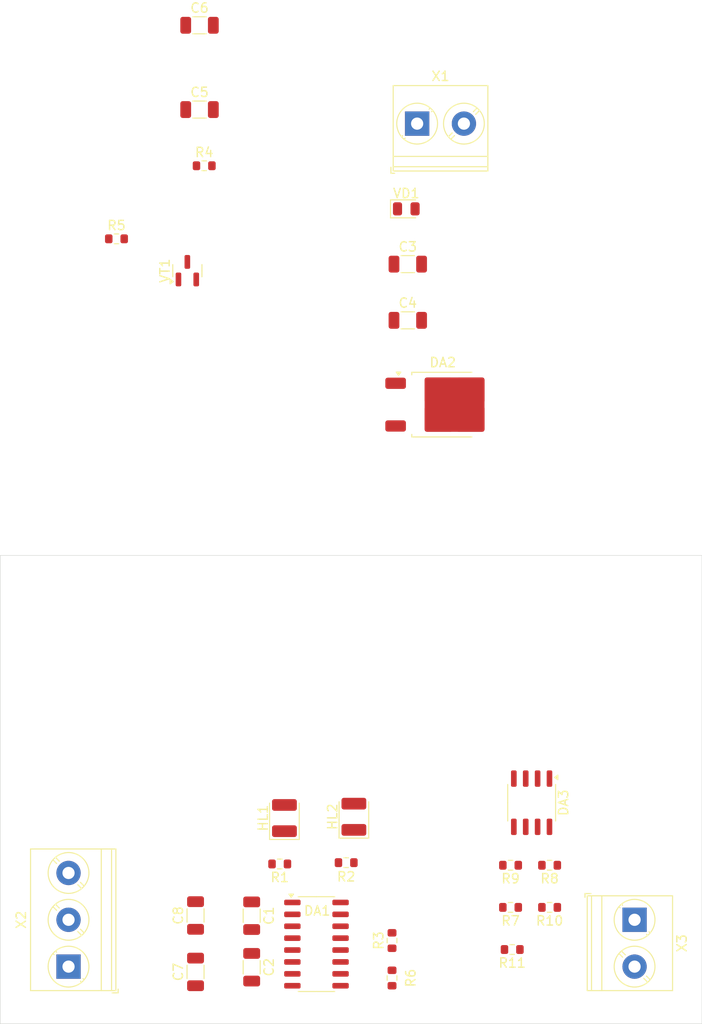
<source format=kicad_pcb>
(kicad_pcb (version 20240108) (generator "pcbnew") (generator_version "8.0")
  (layers (0 "F.Cu" signal) (31 "B.Cu" signal) (34 "B.Paste" user) (35 "F.Paste" user) (36 "B.SilkS" user "B.Silkscreen") (37 "F.SilkS" user "F.Silkscreen") (38 "B.Mask" user) (39 "F.Mask" user) (44 "Edge.Cuts" user))
  (net 0 "")
  (net 1 "Net-(DA1-~{RXOUT1})")
  (net 2 "Net-(DA1-~{TXOUT2})")
  (net 3 "Net-(DA1-C2-)")
  (net 4 "Net-(DA1-C1+)")
  (net 5 "Net-(DA1-TXIN2)")
  (net 7 "+5V")
  (net 8 "Net-(DA1-V-)")
  (net 9 "Net-(DA1-RXIN1)")
  (net 10 "GND")
  (net 12 "Net-(DA1-V+)")
  (net 13 "Net-(DA1-C2+)")
  (net 14 "Net-(DA1-C1-)")
  (net 15 "Net-(DA1-~{RXOUT2})")
  (net 16 "Net-(DA2-VI)")
  (net 17 "Net-(DA3-BZ)")
  (net 18 "Net-(DA3-DE)")
  (net 19 "Net-(DA3-AY)")
  (net 20 "Net-(HL1-K)")
  (net 21 "Net-(HL2-K)")
  (net 22 "Net-(VT1-E)")
  (net 23 "Net-(VD1-A)")
  (net 24 "Net-(R11-Pad2)")
  (net 25 "Net-(R10-Pad2)")
  (footprint "Capacitor_SMD:C_1206_3216Metric" (layer "F.Cu") (at 146.075 124.04 90)
    (property "Reference" "C8" (at 0 -1.85 90) (layer "F.SilkS"))
    (property "Value" "1мк")
    (fp_line (start -0.711252 -0.91) (end 0.711252 -0.91) (stroke (width 0.12)) (layer "F.SilkS"))
    (fp_line (start -0.711252 0.91) (end 0.711252 0.91) (stroke (width 0.12)) (layer "F.SilkS"))
    (pad "1" smd roundrect (at -1.475 0 90) (size 1.15 1.8) (layers "F.Cu" "F.Paste" "F.Mask") (roundrect_rratio 0.217391) (net 12 "Net-(DA1-V+)"))
    (pad "2" smd roundrect (at 1.475 0 90) (size 1.15 1.8) (layers "F.Cu" "F.Paste" "F.Mask") (roundrect_rratio 0.217391) (net 7 "+5V"))
  )
  (footprint "Resistor_SMD:R_0603_1608Metric" (layer "F.Cu") (at 179.745 123.175 180)
    (property "Reference" "R7" (at 0 -1.43 360) (layer "F.SilkS"))
    (property "Value" "47")
    (fp_line (start -0.237258 0.5225) (end 0.237258 0.5225) (stroke (width 0.12)) (layer "F.SilkS"))
    (fp_line (start -0.237258 -0.5225) (end 0.237258 -0.5225) (stroke (width 0.12)) (layer "F.SilkS"))
    (pad "1" smd roundrect (at -0.825 0 180) (size 0.8 0.95) (layers "F.Cu" "F.Paste" "F.Mask") (net 19 "Net-(DA3-AY)"))
    (pad "2" smd roundrect (at 0.825 0 180) (size 0.8 0.95) (layers "F.Cu" "F.Paste" "F.Mask") (net 24 "Net-(R11-Pad2)"))
  )
  (footprint "Capacitor_SMD:C_1206_3216Metric" (layer "F.Cu") (at 152.075 129.565 -90)
    (property "Reference" "C2" (at 0 -1.85 90) (layer "F.SilkS"))
    (property "Value" "1мк")
    (fp_line (start -0.711252 0.91) (end 0.711252 0.91) (stroke (width 0.12)) (layer "F.SilkS"))
    (fp_line (start -0.711252 -0.91) (end 0.711252 -0.91) (stroke (width 0.12)) (layer "F.SilkS"))
    (pad "1" smd roundrect (at -1.475 0 270) (size 1.15 1.8) (layers "F.Cu" "F.Paste" "F.Mask") (roundrect_rratio 0.217391) (net 13 "Net-(DA1-C2+)"))
    (pad "2" smd roundrect (at 1.475 0 270) (size 1.15 1.8) (layers "F.Cu" "F.Paste" "F.Mask") (roundrect_rratio 0.217391) (net 3 "Net-(DA1-C2-)"))
  )
  (footprint "Resistor_SMD:R_0603_1608Metric" (layer "F.Cu") (at 179.745 118.675 180)
    (property "Reference" "R9" (at 0 -1.43 360) (layer "F.SilkS"))
    (property "Value" "560")
    (fp_line (start -0.237258 0.5225) (end 0.237258 0.5225) (stroke (width 0.12)) (layer "F.SilkS"))
    (fp_line (start -0.237258 -0.5225) (end 0.237258 -0.5225) (stroke (width 0.12)) (layer "F.SilkS"))
    (pad "1" smd roundrect (at -0.825 0 180) (size 0.8 0.95) (layers "F.Cu" "F.Paste" "F.Mask") (net 19 "Net-(DA3-AY)"))
    (pad "2" smd roundrect (at 0.825 0 180) (size 0.8 0.95) (layers "F.Cu" "F.Paste" "F.Mask") (net 7 "+5V"))
  )
  (footprint "Resistor_SMD:R_0603_1608Metric" (layer "F.Cu") (at 167.075 126.715 90)
    (property "Reference" "R3" (at 0 -1.43 90) (layer "F.SilkS"))
    (property "Value" "2к2")
    (fp_line (start -0.237258 -0.5225) (end 0.237258 -0.5225) (stroke (width 0.12)) (layer "F.SilkS"))
    (fp_line (start -0.237258 0.5225) (end 0.237258 0.5225) (stroke (width 0.12)) (layer "F.SilkS"))
    (pad "1" smd roundrect (at -0.825 0 90) (size 0.8 0.95) (layers "F.Cu" "F.Paste" "F.Mask") (net 1 "Net-(DA1-~{RXOUT1})"))
    (pad "2" smd roundrect (at 0.825 0 90) (size 0.8 0.95) (layers "F.Cu" "F.Paste" "F.Mask") (net 22 "Net-(VT1-E)"))
  )
  (footprint "TerminalBlock_Phoenix:TerminalBlock_Phoenix_PT-1,5-3-5.0-H_1x03_P5.00mm_Horizontal" (layer "F.Cu") (at 132.5 129.5 90)
    (property "Reference" "X2" (at 5 -5.06 90) (layer "F.SilkS"))
    (property "Value" "CONN_RS232")
    (fp_line (start 12.56 -4.06) (end 12.56 5.06) (stroke (width 0.12)) (layer "F.SilkS"))
    (fp_line (start -2.56 -4.06) (end 12.56 -4.06) (stroke (width 0.12)) (layer "F.SilkS"))
    (fp_line (start -2.56 -4.06) (end -2.56 5.06) (stroke (width 0.12)) (layer "F.SilkS"))
    (fp_line (start 11.388 -1.654) (end 11.008 -1.274) (stroke (width 0.12)) (layer "F.SilkS"))
    (fp_line (start 6.388 -1.654) (end 6.008 -1.274) (stroke (width 0.12)) (layer "F.SilkS"))
    (fp_line (start 1.388 -1.654) (end 1.281 -1.547) (stroke (width 0.12)) (layer "F.SilkS"))
    (fp_line (start 11.654 -1.388) (end 11.259 -0.992) (stroke (width 0.12)) (layer "F.SilkS"))
    (fp_line (start 6.654 -1.388) (end 6.259 -0.992) (stroke (width 0.12)) (layer "F.SilkS"))
    (fp_line (start 1.654 -1.388) (end 1.547 -1.281) (stroke (width 0.12)) (layer "F.SilkS"))
    (fp_line (start 8.742 0.992) (end 8.347 1.388) (stroke (width 0.12)) (layer "F.SilkS"))
    (fp_line (start 3.742 0.992) (end 3.347 1.388) (stroke (width 0.12)) (layer "F.SilkS"))
    (fp_line (start 8.993 1.274) (end 8.613 1.654) (stroke (width 0.12)) (layer "F.SilkS"))
    (fp_line (start 3.993 1.274) (end 3.613 1.654) (stroke (width 0.12)) (layer "F.SilkS"))
    (fp_line (start -1.548 1.281) (end -1.654 1.388) (stroke (width 0.12)) (layer "F.SilkS"))
    (fp_line (start -1.282 1.547) (end -1.388 1.654) (stroke (width 0.12)) (layer "F.SilkS"))
    (fp_line (start -2.56 3.5) (end 12.56 3.5) (stroke (width 0.12)) (layer "F.SilkS"))
    (fp_line (start -2.56 4.6) (end 12.56 4.6) (stroke (width 0.12)) (layer "F.SilkS"))
    (fp_line (start -2.8 4.66) (end -2.8 5.3) (stroke (width 0.12)) (layer "F.SilkS"))
    (fp_line (start -2.56 5.06) (end 12.56 5.06) (stroke (width 0.12)) (layer "F.SilkS"))
    (fp_line (start -2.8 5.3) (end -2.4 5.3) (stroke (width 0.12)) (layer "F.SilkS"))
    (fp_circle (center 10 0) (end 12.18 0) (stroke (width 0.12)) (fill none) (layer "F.SilkS"))
    (fp_circle (center 5 0) (end 7.18 0) (stroke (width 0.12)) (fill none) (layer "F.SilkS"))
    (fp_circle (center 0 0) (end 2.18 0) (stroke (width 0.12)) (fill none) (layer "F.SilkS"))
    (pad "1" thru_hole rect (at 0 0 90) (size 2.6 2.6) (drill 1.3) (layers "*.Cu" "*.Mask") (net 9 "Net-(DA1-RXIN1)"))
    (pad "2" thru_hole circle (at 5 0 90) (size 2.6 2.6) (drill 1.3) (layers "*.Cu" "*.Mask") (net 2 "Net-(DA1-~{TXOUT2})"))
    (pad "3" thru_hole circle (at 10 0 90) (size 2.6 2.6) (drill 1.3) (layers "*.Cu" "*.Mask") (net 10 "GND"))
  )
  (footprint "Capacitor_SMD:C_1206_3216Metric" (layer "F.Cu") (at 146.075 130.065 90)
    (property "Reference" "C7" (at 0 -1.85 90) (layer "F.SilkS"))
    (property "Value" "1мк")
    (fp_line (start -0.711252 -0.91) (end 0.711252 -0.91) (stroke (width 0.12)) (layer "F.SilkS"))
    (fp_line (start -0.711252 0.91) (end 0.711252 0.91) (stroke (width 0.12)) (layer "F.SilkS"))
    (pad "1" smd roundrect (at -1.475 0 90) (size 1.15 1.8) (layers "F.Cu" "F.Paste" "F.Mask") (roundrect_rratio 0.217391) (net 10 "GND"))
    (pad "2" smd roundrect (at 1.475 0 90) (size 1.15 1.8) (layers "F.Cu" "F.Paste" "F.Mask") (roundrect_rratio 0.217391) (net 8 "Net-(DA1-V-)"))
  )
  (footprint "Package_TO_SOT_SMD:SOT-23" (layer "F.Cu") (at 145.2 55.2 90)
    (property "Reference" "VT1" (at 0 -2.4 90) (layer "F.SilkS"))
    (property "Value" "BC807")
    (fp_line (start 0 -1.56) (end 0.65 -1.56) (stroke (width 0.12)) (layer "F.SilkS"))
    (fp_line (start 0 -1.56) (end -0.65 -1.56) (stroke (width 0.12)) (layer "F.SilkS"))
    (fp_line (start 0 1.56) (end 0.65 1.56) (stroke (width 0.12)) (layer "F.SilkS"))
    (fp_line (start 0 1.56) (end -0.65 1.56) (stroke (width 0.12)) (layer "F.SilkS"))
    (fp_poly (pts (xy -1.1625 -1.51) (xy -1.4025 -1.84) (xy -0.9225 -1.84) (xy -1.1625 -1.51)) (stroke (width 0.12)) (fill solid) (layer "F.SilkS"))
    (pad "1" smd roundrect (at -0.9375 -0.95 90) (size 1.475 0.6) (layers "F.Cu" "F.Paste" "F.Mask") (net 18 "Net-(DA3-DE)"))
    (pad "2" smd roundrect (at -0.9375 0.95 90) (size 1.475 0.6) (layers "F.Cu" "F.Paste" "F.Mask") (net 22 "Net-(VT1-E)"))
    (pad "3" smd roundrect (at 0.9375 0 90) (size 1.475 0.6) (layers "F.Cu" "F.Paste" "F.Mask") (net 7 "+5V"))
  )
  (footprint "Package_SO:SO-16_3.9x9.9mm_P1.27mm" (layer "F.Cu") (at 159 127.095)
    (property "Reference" "DA1" (at 0.075 -3.555 0) (layer "F.SilkS"))
    (property "Value" "MAX232_GOST")
    (fp_line (start 0 -5.06) (end -1.95 -5.06) (stroke (width 0.12)) (layer "F.SilkS"))
    (fp_line (start 0 -5.06) (end 1.95 -5.06) (stroke (width 0.12)) (layer "F.SilkS"))
    (fp_line (start 0 5.06) (end -1.95 5.06) (stroke (width 0.12)) (layer "F.SilkS"))
    (fp_line (start 0 5.06) (end 1.95 5.06) (stroke (width 0.12)) (layer "F.SilkS"))
    (fp_poly (pts (xy -2.7 -5.005) (xy -2.94 -5.335) (xy -2.46 -5.335) (xy -2.7 -5.005)) (stroke (width 0.12)) (fill solid) (layer "F.SilkS"))
    (pad "1" smd roundrect (at -2.575 -4.445) (size 1.75 0.6) (layers "F.Cu" "F.Paste" "F.Mask") (net 4 "Net-(DA1-C1+)"))
    (pad "2" smd roundrect (at -2.575 -3.175) (size 1.75 0.6) (layers "F.Cu" "F.Paste" "F.Mask") (net 12 "Net-(DA1-V+)"))
    (pad "3" smd roundrect (at -2.575 -1.905) (size 1.75 0.6) (layers "F.Cu" "F.Paste" "F.Mask") (net 14 "Net-(DA1-C1-)"))
    (pad "4" smd roundrect (at -2.575 -0.635) (size 1.75 0.6) (layers "F.Cu" "F.Paste" "F.Mask") (net 13 "Net-(DA1-C2+)"))
    (pad "5" smd roundrect (at -2.575 0.635) (size 1.75 0.6) (layers "F.Cu" "F.Paste" "F.Mask") (net 3 "Net-(DA1-C2-)"))
    (pad "6" smd roundrect (at -2.575 1.905) (size 1.75 0.6) (layers "F.Cu" "F.Paste" "F.Mask") (net 8 "Net-(DA1-V-)"))
    (pad "7" smd roundrect (at -2.575 3.175) (size 1.75 0.6) (layers "F.Cu" "F.Paste" "F.Mask") (net 2 "Net-(DA1-~{TXOUT2})"))
    (pad "8" smd roundrect (at -2.575 4.445) (size 1.75 0.6) (layers "F.Cu" "F.Paste" "F.Mask") (net 9 "Net-(DA1-RXIN1)"))
    (pad "9" smd roundrect (at 2.575 4.445) (size 1.75 0.6) (layers "F.Cu" "F.Paste" "F.Mask") (net 15 "Net-(DA1-~{RXOUT2})"))
    (pad "10" smd roundrect (at 2.575 3.175) (size 1.75 0.6) (layers "F.Cu" "F.Paste" "F.Mask") (net 5 "Net-(DA1-TXIN2)"))
    (pad "11" smd roundrect (at 2.575 1.905) (size 1.75 0.6) (layers "F.Cu" "F.Paste" "F.Mask"))
    (pad "12" smd roundrect (at 2.575 0.635) (size 1.75 0.6) (layers "F.Cu" "F.Paste" "F.Mask") (net 1 "Net-(DA1-~{RXOUT1})"))
    (pad "13" smd roundrect (at 2.575 -0.635) (size 1.75 0.6) (layers "F.Cu" "F.Paste" "F.Mask") (net 9 "Net-(DA1-RXIN1)"))
    (pad "14" smd roundrect (at 2.575 -1.905) (size 1.75 0.6) (layers "F.Cu" "F.Paste" "F.Mask"))
    (pad "15" smd roundrect (at 2.575 -3.175) (size 1.75 0.6) (layers "F.Cu" "F.Paste" "F.Mask") (net 10 "GND"))
    (pad "16" smd roundrect (at 2.575 -4.445) (size 1.75 0.6) (layers "F.Cu" "F.Paste" "F.Mask") (net 7 "+5V"))
  )
  (footprint "Capacitor_SMD:C_1206_3216Metric" (layer "F.Cu") (at 168.76 54.5)
    (property "Reference" "C3" (at 0 -1.85 0) (layer "F.SilkS"))
    (property "Value" "10мк")
    (fp_line (start -0.711252 -0.91) (end 0.711252 -0.91) (stroke (width 0.12)) (layer "F.SilkS"))
    (fp_line (start -0.711252 0.91) (end 0.711252 0.91) (stroke (width 0.12)) (layer "F.SilkS"))
    (pad "1" smd roundrect (at -1.475 0) (size 1.15 1.8) (layers "F.Cu" "F.Paste" "F.Mask") (roundrect_rratio 0.217391) (net 16 "Net-(DA2-VI)"))
    (pad "2" smd roundrect (at 1.475 0) (size 1.15 1.8) (layers "F.Cu" "F.Paste" "F.Mask") (roundrect_rratio 0.217391) (net 10 "GND"))
  )
  (footprint "Resistor_SMD:R_0603_1608Metric" (layer "F.Cu") (at 183.92 118.675 180)
    (property "Reference" "R8" (at 0 -1.43 360) (layer "F.SilkS"))
    (property "Value" "560")
    (fp_line (start -0.237258 0.5225) (end 0.237258 0.5225) (stroke (width 0.12)) (layer "F.SilkS"))
    (fp_line (start -0.237258 -0.5225) (end 0.237258 -0.5225) (stroke (width 0.12)) (layer "F.SilkS"))
    (pad "1" smd roundrect (at -0.825 0 180) (size 0.8 0.95) (layers "F.Cu" "F.Paste" "F.Mask") (net 17 "Net-(DA3-BZ)"))
    (pad "2" smd roundrect (at 0.825 0 180) (size 0.8 0.95) (layers "F.Cu" "F.Paste" "F.Mask") (net 10 "GND"))
  )
  (footprint "TerminalBlock_Phoenix:TerminalBlock_Phoenix_PT-1,5-2-5.0-H_1x02_P5.00mm_Horizontal" (layer "F.Cu") (at 193 124.5 -90)
    (property "Reference" "X3" (at 2.5 -5.06 90) (layer "F.SilkS"))
    (property "Value" "CONN_2")
    (fp_line (start -2.8 5.3) (end -2.4 5.3) (stroke (width 0.12)) (layer "F.SilkS"))
    (fp_line (start -2.56 5.06) (end 7.56 5.06) (stroke (width 0.12)) (layer "F.SilkS"))
    (fp_line (start -2.8 4.66) (end -2.8 5.3) (stroke (width 0.12)) (layer "F.SilkS"))
    (fp_line (start -2.56 4.6) (end 7.56 4.6) (stroke (width 0.12)) (layer "F.SilkS"))
    (fp_line (start -2.56 3.5) (end 7.56 3.5) (stroke (width 0.12)) (layer "F.SilkS"))
    (fp_line (start -1.282 1.547) (end -1.388 1.654) (stroke (width 0.12)) (layer "F.SilkS"))
    (fp_line (start -1.548 1.281) (end -1.654 1.388) (stroke (width 0.12)) (layer "F.SilkS"))
    (fp_line (start 3.993 1.274) (end 3.613 1.654) (stroke (width 0.12)) (layer "F.SilkS"))
    (fp_line (start 3.742 0.992) (end 3.347 1.388) (stroke (width 0.12)) (layer "F.SilkS"))
    (fp_line (start 1.654 -1.388) (end 1.547 -1.281) (stroke (width 0.12)) (layer "F.SilkS"))
    (fp_line (start 6.654 -1.388) (end 6.259 -0.992) (stroke (width 0.12)) (layer "F.SilkS"))
    (fp_line (start 1.388 -1.654) (end 1.281 -1.547) (stroke (width 0.12)) (layer "F.SilkS"))
    (fp_line (start 6.388 -1.654) (end 6.008 -1.274) (stroke (width 0.12)) (layer "F.SilkS"))
    (fp_line (start -2.56 -4.06) (end -2.56 5.06) (stroke (width 0.12)) (layer "F.SilkS"))
    (fp_line (start -2.56 -4.06) (end 7.56 -4.06) (stroke (width 0.12)) (layer "F.SilkS"))
    (fp_line (start 7.56 -4.06) (end 7.56 5.06) (stroke (width 0.12)) (layer "F.SilkS"))
    (fp_circle (center 0 0) (end 2.18 0) (stroke (width 0.12)) (fill none) (layer "F.SilkS"))
    (fp_circle (center 5 0) (end 7.18 0) (stroke (width 0.12)) (fill none) (layer "F.SilkS"))
    (pad "1" thru_hole rect (at 0 0 270) (size 2.6 2.6) (drill 1.3) (layers "*.Cu" "*.Mask") (net 25 "Net-(R10-Pad2)"))
    (pad "2" thru_hole circle (at 5 0 270) (size 2.6 2.6) (drill 1.3) (layers "*.Cu" "*.Mask") (net 24 "Net-(R11-Pad2)"))
  )
  (footprint "Resistor_SMD:R_0603_1608Metric" (layer "F.Cu") (at 179.92 127.675 180)
    (property "Reference" "R11" (at 0 -1.43 360) (layer "F.SilkS"))
    (property "Value" "120")
    (fp_line (start -0.237258 0.5225) (end 0.237258 0.5225) (stroke (width 0.12)) (layer "F.SilkS"))
    (fp_line (start -0.237258 -0.5225) (end 0.237258 -0.5225) (stroke (width 0.12)) (layer "F.SilkS"))
    (pad "1" smd roundrect (at -0.825 0 180) (size 0.8 0.95) (layers "F.Cu" "F.Paste" "F.Mask") (net 25 "Net-(R10-Pad2)"))
    (pad "2" smd roundrect (at 0.825 0 180) (size 0.8 0.95) (layers "F.Cu" "F.Paste" "F.Mask") (net 24 "Net-(R11-Pad2)"))
  )
  (footprint "Resistor_SMD:R_0603_1608Metric" (layer "F.Cu") (at 155.075 118.54 180)
    (property "Reference" "R1" (at 0 -1.43 360) (layer "F.SilkS"))
    (property "Value" "1к")
    (fp_line (start -0.237258 0.5225) (end 0.237258 0.5225) (stroke (width 0.12)) (layer "F.SilkS"))
    (fp_line (start -0.237258 -0.5225) (end 0.237258 -0.5225) (stroke (width 0.12)) (layer "F.SilkS"))
    (pad "1" smd roundrect (at -0.825 0 180) (size 0.8 0.95) (layers "F.Cu" "F.Paste" "F.Mask") (net 20 "Net-(HL1-K)"))
    (pad "2" smd roundrect (at 0.825 0 180) (size 0.8 0.95) (layers "F.Cu" "F.Paste" "F.Mask") (net 15 "Net-(DA1-~{RXOUT2})"))
  )
  (footprint "Package_TO_SOT_SMD:TO-252-2" (layer "F.Cu") (at 172.5 69.5)
    (property "Reference" "DA2" (at 0 -4.5 0) (layer "F.SilkS"))
    (property "Value" "LM7805")
    (fp_line (start -3.31 -3.45) (end -3.31 -3.18) (stroke (width 0.12)) (layer "F.SilkS"))
    (fp_line (start -3.31 3.45) (end -3.31 3.18) (stroke (width 0.12)) (layer "F.SilkS"))
    (fp_line (start 3.11 -3.45) (end -3.31 -3.45) (stroke (width 0.12)) (layer "F.SilkS"))
    (fp_line (start 3.11 3.45) (end -3.31 3.45) (stroke (width 0.12)) (layer "F.SilkS"))
    (fp_poly (pts (xy -4.73 -3.14) (xy -4.97 -3.47) (xy -4.49 -3.47) (xy -4.73 -3.14)) (stroke (width 0.12)) (fill solid) (layer "F.SilkS"))
    (pad "1" smd roundrect (at -5.04 -2.28) (size 2.2 1.2) (layers "F.Cu" "F.Paste" "F.Mask") (roundrect_rratio 0.208333) (net 16 "Net-(DA2-VI)"))
    (pad "2" smd roundrect (at -0.415 -1.525) (size 3.05 2.75) (layers "F.Cu" "F.Paste") (roundrect_rratio 0.090909) (net 10 "GND"))
    (pad "2" smd roundrect (at -0.415 1.525) (size 3.05 2.75) (layers "F.Cu" "F.Paste") (roundrect_rratio 0.090909) (net 10 "GND"))
    (pad "2" smd roundrect (at 1.26 0) (size 6.4 5.8) (layers "F.Cu" "F.Mask") (roundrect_rratio 0.043103) (net 10 "GND"))
    (pad "2" smd roundrect (at 2.935 -1.525) (size 3.05 2.75) (layers "F.Cu" "F.Paste") (roundrect_rratio 0.090909) (net 10 "GND"))
    (pad "2" smd roundrect (at 2.935 1.525) (size 3.05 2.75) (layers "F.Cu" "F.Paste") (roundrect_rratio 0.090909) (net 10 "GND"))
    (pad "3" smd roundrect (at -5.04 2.28) (size 2.2 1.2) (layers "F.Cu" "F.Paste" "F.Mask") (roundrect_rratio 0.208333) (net 7 "+5V"))
  )
  (footprint "Resistor_SMD:R_0603_1608Metric" (layer "F.Cu") (at 162.175 118.4 180)
    (property "Reference" "R2" (at 0 -1.5 360) (layer "F.SilkS"))
    (property "Value" "1к")
    (fp_line (start -0.237258 0.5225) (end 0.237258 0.5225) (stroke (width 0.12)) (layer "F.SilkS"))
    (fp_line (start -0.237258 -0.5225) (end 0.237258 -0.5225) (stroke (width 0.12)) (layer "F.SilkS"))
    (pad "1" smd roundrect (at -0.825 0 180) (size 0.8 0.95) (layers "F.Cu" "F.Paste" "F.Mask") (net 21 "Net-(HL2-K)"))
    (pad "2" smd roundrect (at 0.825 0 180) (size 0.8 0.95) (layers "F.Cu" "F.Paste" "F.Mask") (net 5 "Net-(DA1-TXIN2)"))
  )
  (footprint "Resistor_SMD:R_0603_1608Metric" (layer "F.Cu") (at 137.625 51.8)
    (property "Reference" "R5" (at 0 -1.43 0) (layer "F.SilkS"))
    (property "Value" "2к2")
    (fp_line (start -0.237258 -0.5225) (end 0.237258 -0.5225) (stroke (width 0.12)) (layer "F.SilkS"))
    (fp_line (start -0.237258 0.5225) (end 0.237258 0.5225) (stroke (width 0.12)) (layer "F.SilkS"))
    (pad "1" smd roundrect (at -0.825 0) (size 0.8 0.95) (layers "F.Cu" "F.Paste" "F.Mask") (net 10 "GND"))
    (pad "2" smd roundrect (at 0.825 0) (size 0.8 0.95) (layers "F.Cu" "F.Paste" "F.Mask") (net 18 "Net-(DA3-DE)"))
  )
  (footprint "Capacitor_SMD:C_1206_3216Metric" (layer "F.Cu") (at 152.075 124.065 -90)
    (property "Reference" "C1" (at 0 -1.85 90) (layer "F.SilkS"))
    (property "Value" "1мк")
    (fp_line (start -0.711252 0.91) (end 0.711252 0.91) (stroke (width 0.12)) (layer "F.SilkS"))
    (fp_line (start -0.711252 -0.91) (end 0.711252 -0.91) (stroke (width 0.12)) (layer "F.SilkS"))
    (pad "1" smd roundrect (at -1.475 0 270) (size 1.15 1.8) (layers "F.Cu" "F.Paste" "F.Mask") (roundrect_rratio 0.217391) (net 4 "Net-(DA1-C1+)"))
    (pad "2" smd roundrect (at 1.475 0 270) (size 1.15 1.8) (layers "F.Cu" "F.Paste" "F.Mask") (roundrect_rratio 0.217391) (net 14 "Net-(DA1-C1-)"))
  )
  (footprint "Resistor_SMD:R_0603_1608Metric" (layer "F.Cu") (at 167.075 130.715 -90)
    (property "Reference" "R6" (at 0 -2 90) (layer "F.SilkS"))
    (property "Value" "2к2")
    (fp_line (start -0.237258 0.5225) (end 0.237258 0.5225) (stroke (width 0.12)) (layer "F.SilkS"))
    (fp_line (start -0.237258 -0.5225) (end 0.237258 -0.5225) (stroke (width 0.12)) (layer "F.SilkS"))
    (pad "1" smd roundrect (at -0.825 0 270) (size 0.8 0.95) (layers "F.Cu" "F.Paste" "F.Mask") (net 15 "Net-(DA1-~{RXOUT2})"))
    (pad "2" smd roundrect (at 0.825 0 270) (size 0.8 0.95) (layers "F.Cu" "F.Paste" "F.Mask") (net 22 "Net-(VT1-E)"))
  )
  (footprint "TerminalBlock_Phoenix:TerminalBlock_Phoenix_PT-1,5-2-5.0-H_1x02_P5.00mm_Horizontal" (layer "F.Cu") (at 169.76 39.5)
    (property "Reference" "X1" (at 2.5 -5.06 0) (layer "F.SilkS"))
    (property "Value" "CONN_PWR")
    (fp_line (start -2.8 4.66) (end -2.8 5.3) (stroke (width 0.12)) (layer "F.SilkS"))
    (fp_line (start -2.8 5.3) (end -2.4 5.3) (stroke (width 0.12)) (layer "F.SilkS"))
    (fp_line (start -2.56 -4.06) (end -2.56 5.06) (stroke (width 0.12)) (layer "F.SilkS"))
    (fp_line (start -2.56 -4.06) (end 7.56 -4.06) (stroke (width 0.12)) (layer "F.SilkS"))
    (fp_line (start -2.56 3.5) (end 7.56 3.5) (stroke (width 0.12)) (layer "F.SilkS"))
    (fp_line (start -2.56 4.6) (end 7.56 4.6) (stroke (width 0.12)) (layer "F.SilkS"))
    (fp_line (start -2.56 5.06) (end 7.56 5.06) (stroke (width 0.12)) (layer "F.SilkS"))
    (fp_line (start -1.548 1.281) (end -1.654 1.388) (stroke (width 0.12)) (layer "F.SilkS"))
    (fp_line (start -1.282 1.547) (end -1.388 1.654) (stroke (width 0.12)) (layer "F.SilkS"))
    (fp_line (start 1.388 -1.654) (end 1.281 -1.547) (stroke (width 0.12)) (layer "F.SilkS"))
    (fp_line (start 1.654 -1.388) (end 1.547 -1.281) (stroke (width 0.12)) (layer "F.SilkS"))
    (fp_line (start 3.742 0.992) (end 3.347 1.388) (stroke (width 0.12)) (layer "F.SilkS"))
    (fp_line (start 3.993 1.274) (end 3.613 1.654) (stroke (width 0.12)) (layer "F.SilkS"))
    (fp_line (start 6.388 -1.654) (end 6.008 -1.274) (stroke (width 0.12)) (layer "F.SilkS"))
    (fp_line (start 6.654 -1.388) (end 6.259 -0.992) (stroke (width 0.12)) (layer "F.SilkS"))
    (fp_line (start 7.56 -4.06) (end 7.56 5.06) (stroke (width 0.12)) (layer "F.SilkS"))
    (fp_circle (center 0 0) (end 2.18 0) (stroke (width 0.12)) (fill none) (layer "F.SilkS"))
    (fp_circle (center 5 0) (end 7.18 0) (stroke (width 0.12)) (fill none) (layer "F.SilkS"))
    (pad "1" thru_hole rect (at 0 0) (size 2.6 2.6) (drill 1.3) (layers "*.Cu" "*.Mask") (net 23 "Net-(VD1-A)"))
    (pad "2" thru_hole circle (at 5 0) (size 2.6 2.6) (drill 1.3) (layers "*.Cu" "*.Mask") (net 10 "GND"))
  )
  (footprint "Diode_SMD:D_0805_2012Metric" (layer "F.Cu") (at 168.6 48.6)
    (property "Reference" "VD1" (at 0 -1.65 0) (layer "F.SilkS"))
    (property "Value" "VD")
    (fp_line (start -1.685 -0.96) (end -1.685 0.96) (stroke (width 0.12)) (layer "F.SilkS"))
    (fp_line (start -1.685 0.96) (end 1 0.96) (stroke (width 0.12)) (layer "F.SilkS"))
    (fp_line (start 1 -0.96) (end -1.685 -0.96) (stroke (width 0.12)) (layer "F.SilkS"))
    (pad "1" smd roundrect (at -0.9375 0) (size 0.975 1.4) (layers "F.Cu" "F.Paste" "F.Mask") (net 16 "Net-(DA2-VI)"))
    (pad "2" smd roundrect (at 0.9375 0) (size 0.975 1.4) (layers "F.Cu" "F.Paste" "F.Mask") (net 23 "Net-(VD1-A)"))
  )
  (footprint "Capacitor_SMD:C_1206_3216Metric" (layer "F.Cu") (at 168.76 60.5)
    (property "Reference" "C4" (at 0 -1.85 0) (layer "F.SilkS"))
    (property "Value" "100н")
    (fp_line (start -0.711252 -0.91) (end 0.711252 -0.91) (stroke (width 0.12)) (layer "F.SilkS"))
    (fp_line (start -0.711252 0.91) (end 0.711252 0.91) (stroke (width 0.12)) (layer "F.SilkS"))
    (pad "1" smd roundrect (at -1.475 0) (size 1.15 1.8) (layers "F.Cu" "F.Paste" "F.Mask") (roundrect_rratio 0.217391) (net 16 "Net-(DA2-VI)"))
    (pad "2" smd roundrect (at 1.475 0) (size 1.15 1.8) (layers "F.Cu" "F.Paste" "F.Mask") (roundrect_rratio 0.217391) (net 10 "GND"))
  )
  (footprint "Resistor_SMD:R_0603_1608Metric" (layer "F.Cu") (at 183.92 123.175 180)
    (property "Reference" "R10" (at 0 -1.43 360) (layer "F.SilkS"))
    (property "Value" "47")
    (fp_line (start -0.237258 0.5225) (end 0.237258 0.5225) (stroke (width 0.12)) (layer "F.SilkS"))
    (fp_line (start -0.237258 -0.5225) (end 0.237258 -0.5225) (stroke (width 0.12)) (layer "F.SilkS"))
    (pad "1" smd roundrect (at -0.825 0 180) (size 0.8 0.95) (layers "F.Cu" "F.Paste" "F.Mask") (net 17 "Net-(DA3-BZ)"))
    (pad "2" smd roundrect (at 0.825 0 180) (size 0.8 0.95) (layers "F.Cu" "F.Paste" "F.Mask") (net 25 "Net-(R10-Pad2)"))
  )
  (footprint "Package_SO:SO-8_3.9x4.9mm_P1.27mm" (layer "F.Cu") (at 182 112 -90)
    (property "Reference" "DA3" (at 0 -3.4 90) (layer "F.SilkS"))
    (property "Value" "MAX485")
    (fp_line (start 0 2.56) (end -1.95 2.56) (stroke (width 0.12)) (layer "F.SilkS"))
    (fp_line (start 0 2.56) (end 1.95 2.56) (stroke (width 0.12)) (layer "F.SilkS"))
    (fp_line (start 0 -2.56) (end -1.95 -2.56) (stroke (width 0.12)) (layer "F.SilkS"))
    (fp_line (start 0 -2.56) (end 1.95 -2.56) (stroke (width 0.12)) (layer "F.SilkS"))
    (fp_poly (pts (xy -2.7 -2.465) (xy -2.94 -2.795) (xy -2.46 -2.795) (xy -2.7 -2.465)) (stroke (width 0.12)) (fill solid) (layer "F.SilkS"))
    (pad "1" smd roundrect (at -2.575 -1.905 270) (size 1.75 0.6) (layers "F.Cu" "F.Paste" "F.Mask") (net 5 "Net-(DA1-TXIN2)"))
    (pad "2" smd roundrect (at -2.575 -0.635 270) (size 1.75 0.6) (layers "F.Cu" "F.Paste" "F.Mask") (net 18 "Net-(DA3-DE)"))
    (pad "3" smd roundrect (at -2.575 0.635 270) (size 1.75 0.6) (layers "F.Cu" "F.Paste" "F.Mask") (net 18 "Net-(DA3-DE)"))
    (pad "4" smd roundrect (at -2.575 1.905 270) (size 1.75 0.6) (layers "F.Cu" "F.Paste" "F.Mask") (net 15 "Net-(DA1-~{RXOUT2})"))
    (pad "5" smd roundrect (at 2.575 1.905 270) (size 1.75 0.6) (layers "F.Cu" "F.Paste" "F.Mask") (net 10 "GND"))
    (pad "6" smd roundrect (at 2.575 0.635 270) (size 1.75 0.6) (layers "F.Cu" "F.Paste" "F.Mask") (net 19 "Net-(DA3-AY)"))
    (pad "7" smd roundrect (at 2.575 -0.635 270) (size 1.75 0.6) (layers "F.Cu" "F.Paste" "F.Mask") (net 17 "Net-(DA3-BZ)"))
    (pad "8" smd roundrect (at 2.575 -1.905 270) (size 1.75 0.6) (layers "F.Cu" "F.Paste" "F.Mask") (net 7 "+5V"))
  )
  (footprint "LED_SMD:LED_1210_3225Metric" (layer "F.Cu") (at 155.575 113.64 90)
    (property "Reference" "HL1" (at 0 -2.28 90) (layer "F.SilkS"))
    (property "Value" "RED")
    (fp_line (start 1.6 -1.585) (end -2.285 -1.585) (stroke (width 0.12)) (layer "F.SilkS"))
    (fp_line (start -2.285 -1.585) (end -2.285 1.585) (stroke (width 0.12)) (layer "F.SilkS"))
    (fp_line (start -2.285 1.585) (end 1.6 1.585) (stroke (width 0.12)) (layer "F.SilkS"))
    (pad "1" smd roundrect (at -1.4 0 90) (size 1.25 2.65) (layers "F.Cu" "F.Paste" "F.Mask") (roundrect_rratio 0.2) (net 20 "Net-(HL1-K)"))
    (pad "2" smd roundrect (at 1.4 0 90) (size 1.25 2.65) (layers "F.Cu" "F.Paste" "F.Mask") (roundrect_rratio 0.2) (net 7 "+5V"))
  )
  (footprint "Capacitor_SMD:C_1206_3216Metric" (layer "F.Cu") (at 146.5 38)
    (property "Reference" "C5" (at 0 -1.85 0) (layer "F.SilkS"))
    (property "Value" "10мк")
    (fp_line (start -0.711252 -0.91) (end 0.711252 -0.91) (stroke (width 0.12)) (layer "F.SilkS"))
    (fp_line (start -0.711252 0.91) (end 0.711252 0.91) (stroke (width 0.12)) (layer "F.SilkS"))
    (pad "1" smd roundrect (at -1.475 0) (size 1.15 1.8) (layers "F.Cu" "F.Paste" "F.Mask") (roundrect_rratio 0.217391) (net 7 "+5V"))
    (pad "2" smd roundrect (at 1.475 0) (size 1.15 1.8) (layers "F.Cu" "F.Paste" "F.Mask") (roundrect_rratio 0.217391) (net 10 "GND"))
  )
  (footprint "LED_SMD:LED_1210_3225Metric" (layer "F.Cu") (at 163 113.5 90)
    (property "Reference" "HL2" (at 0 -2.28 90) (layer "F.SilkS"))
    (property "Value" "GREEN")
    (fp_line (start 1.6 -1.585) (end -2.285 -1.585) (stroke (width 0.12)) (layer "F.SilkS"))
    (fp_line (start -2.285 -1.585) (end -2.285 1.585) (stroke (width 0.12)) (layer "F.SilkS"))
    (fp_line (start -2.285 1.585) (end 1.6 1.585) (stroke (width 0.12)) (layer "F.SilkS"))
    (pad "1" smd roundrect (at -1.4 0 90) (size 1.25 2.65) (layers "F.Cu" "F.Paste" "F.Mask") (roundrect_rratio 0.2) (net 21 "Net-(HL2-K)"))
    (pad "2" smd roundrect (at 1.4 0 90) (size 1.25 2.65) (layers "F.Cu" "F.Paste" "F.Mask") (roundrect_rratio 0.2) (net 7 "+5V"))
  )
  (footprint "Capacitor_SMD:C_1206_3216Metric" (layer "F.Cu") (at 146.5 29)
    (property "Reference" "C6" (at 0 -1.85 0) (layer "F.SilkS"))
    (property "Value" "100н")
    (fp_line (start -0.711252 -0.91) (end 0.711252 -0.91) (stroke (width 0.12)) (layer "F.SilkS"))
    (fp_line (start -0.711252 0.91) (end 0.711252 0.91) (stroke (width 0.12)) (layer "F.SilkS"))
    (pad "1" smd roundrect (at -1.475 0) (size 1.15 1.8) (layers "F.Cu" "F.Paste" "F.Mask") (roundrect_rratio 0.217391) (net 7 "+5V"))
    (pad "2" smd roundrect (at 1.475 0) (size 1.15 1.8) (layers "F.Cu" "F.Paste" "F.Mask") (roundrect_rratio 0.217391) (net 10 "GND"))
  )
  (footprint "Resistor_SMD:R_0603_1608Metric" (layer "F.Cu") (at 147 44)
    (property "Reference" "R4" (at 0 -1.43 0) (layer "F.SilkS"))
    (property "Value" "2к2")
    (fp_line (start -0.237258 -0.5225) (end 0.237258 -0.5225) (stroke (width 0.12)) (layer "F.SilkS"))
    (fp_line (start -0.237258 0.5225) (end 0.237258 0.5225) (stroke (width 0.12)) (layer "F.SilkS"))
    (pad "1" smd roundrect (at -0.825 0) (size 0.8 0.95) (layers "F.Cu" "F.Paste" "F.Mask") (net 22 "Net-(VT1-E)"))
    (pad "2" smd roundrect (at 0.825 0) (size 0.8 0.95) (layers "F.Cu" "F.Paste" "F.Mask") (net 7 "+5V"))
  )
  (gr_rect (start 125.2 85.6) (end 200.2 135.6) (stroke (width 0.05)) (fill none) (layer "Edge.Cuts"))
  (segment (start 155.375 114.84) (end 155.575 115.04) (width 0.4) (layer "F.Cu") (net 20))
)
</source>
